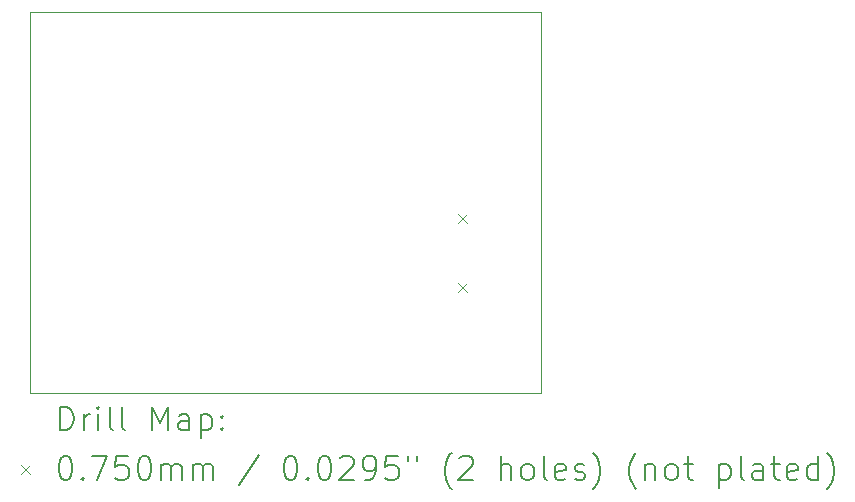
<source format=gbr>
%TF.GenerationSoftware,KiCad,Pcbnew,6.0.10-1.fc37*%
%TF.CreationDate,2023-01-09T06:29:50-08:00*%
%TF.ProjectId,data_logger_esp32c3,64617461-5f6c-46f6-9767-65725f657370,rev?*%
%TF.SameCoordinates,Original*%
%TF.FileFunction,Drillmap*%
%TF.FilePolarity,Positive*%
%FSLAX45Y45*%
G04 Gerber Fmt 4.5, Leading zero omitted, Abs format (unit mm)*
G04 Created by KiCad (PCBNEW 6.0.10-1.fc37) date 2023-01-09 06:29:50*
%MOMM*%
%LPD*%
G01*
G04 APERTURE LIST*
%ADD10C,0.100000*%
%ADD11C,0.200000*%
%ADD12C,0.075001*%
G04 APERTURE END LIST*
D10*
X9885680Y-4960620D02*
X14213840Y-4960620D01*
X14213840Y-4960620D02*
X14213840Y-8186420D01*
X14213840Y-8186420D02*
X9885680Y-8186420D01*
X9885680Y-8186420D02*
X9885680Y-4960620D01*
D11*
D12*
X13508675Y-6672748D02*
X13583676Y-6747749D01*
X13583676Y-6672748D02*
X13508675Y-6747749D01*
X13508675Y-7252731D02*
X13583676Y-7327732D01*
X13583676Y-7252731D02*
X13508675Y-7327732D01*
D11*
X10138299Y-8501896D02*
X10138299Y-8301896D01*
X10185918Y-8301896D01*
X10214490Y-8311420D01*
X10233537Y-8330468D01*
X10243061Y-8349515D01*
X10252585Y-8387610D01*
X10252585Y-8416182D01*
X10243061Y-8454277D01*
X10233537Y-8473325D01*
X10214490Y-8492372D01*
X10185918Y-8501896D01*
X10138299Y-8501896D01*
X10338299Y-8501896D02*
X10338299Y-8368563D01*
X10338299Y-8406658D02*
X10347823Y-8387610D01*
X10357347Y-8378087D01*
X10376394Y-8368563D01*
X10395442Y-8368563D01*
X10462109Y-8501896D02*
X10462109Y-8368563D01*
X10462109Y-8301896D02*
X10452585Y-8311420D01*
X10462109Y-8320944D01*
X10471632Y-8311420D01*
X10462109Y-8301896D01*
X10462109Y-8320944D01*
X10585918Y-8501896D02*
X10566870Y-8492372D01*
X10557347Y-8473325D01*
X10557347Y-8301896D01*
X10690680Y-8501896D02*
X10671632Y-8492372D01*
X10662109Y-8473325D01*
X10662109Y-8301896D01*
X10919251Y-8501896D02*
X10919251Y-8301896D01*
X10985918Y-8444753D01*
X11052585Y-8301896D01*
X11052585Y-8501896D01*
X11233537Y-8501896D02*
X11233537Y-8397134D01*
X11224013Y-8378087D01*
X11204966Y-8368563D01*
X11166870Y-8368563D01*
X11147823Y-8378087D01*
X11233537Y-8492372D02*
X11214489Y-8501896D01*
X11166870Y-8501896D01*
X11147823Y-8492372D01*
X11138299Y-8473325D01*
X11138299Y-8454277D01*
X11147823Y-8435230D01*
X11166870Y-8425706D01*
X11214489Y-8425706D01*
X11233537Y-8416182D01*
X11328775Y-8368563D02*
X11328775Y-8568563D01*
X11328775Y-8378087D02*
X11347823Y-8368563D01*
X11385918Y-8368563D01*
X11404966Y-8378087D01*
X11414489Y-8387610D01*
X11424013Y-8406658D01*
X11424013Y-8463801D01*
X11414489Y-8482849D01*
X11404966Y-8492372D01*
X11385918Y-8501896D01*
X11347823Y-8501896D01*
X11328775Y-8492372D01*
X11509728Y-8482849D02*
X11519251Y-8492372D01*
X11509728Y-8501896D01*
X11500204Y-8492372D01*
X11509728Y-8482849D01*
X11509728Y-8501896D01*
X11509728Y-8378087D02*
X11519251Y-8387610D01*
X11509728Y-8397134D01*
X11500204Y-8387610D01*
X11509728Y-8378087D01*
X11509728Y-8397134D01*
D12*
X9805679Y-8793920D02*
X9880680Y-8868921D01*
X9880680Y-8793920D02*
X9805679Y-8868921D01*
D11*
X10176394Y-8721896D02*
X10195442Y-8721896D01*
X10214490Y-8731420D01*
X10224013Y-8740944D01*
X10233537Y-8759991D01*
X10243061Y-8798087D01*
X10243061Y-8845706D01*
X10233537Y-8883801D01*
X10224013Y-8902849D01*
X10214490Y-8912372D01*
X10195442Y-8921896D01*
X10176394Y-8921896D01*
X10157347Y-8912372D01*
X10147823Y-8902849D01*
X10138299Y-8883801D01*
X10128775Y-8845706D01*
X10128775Y-8798087D01*
X10138299Y-8759991D01*
X10147823Y-8740944D01*
X10157347Y-8731420D01*
X10176394Y-8721896D01*
X10328775Y-8902849D02*
X10338299Y-8912372D01*
X10328775Y-8921896D01*
X10319251Y-8912372D01*
X10328775Y-8902849D01*
X10328775Y-8921896D01*
X10404966Y-8721896D02*
X10538299Y-8721896D01*
X10452585Y-8921896D01*
X10709728Y-8721896D02*
X10614490Y-8721896D01*
X10604966Y-8817134D01*
X10614490Y-8807610D01*
X10633537Y-8798087D01*
X10681156Y-8798087D01*
X10700204Y-8807610D01*
X10709728Y-8817134D01*
X10719251Y-8836182D01*
X10719251Y-8883801D01*
X10709728Y-8902849D01*
X10700204Y-8912372D01*
X10681156Y-8921896D01*
X10633537Y-8921896D01*
X10614490Y-8912372D01*
X10604966Y-8902849D01*
X10843061Y-8721896D02*
X10862109Y-8721896D01*
X10881156Y-8731420D01*
X10890680Y-8740944D01*
X10900204Y-8759991D01*
X10909728Y-8798087D01*
X10909728Y-8845706D01*
X10900204Y-8883801D01*
X10890680Y-8902849D01*
X10881156Y-8912372D01*
X10862109Y-8921896D01*
X10843061Y-8921896D01*
X10824013Y-8912372D01*
X10814490Y-8902849D01*
X10804966Y-8883801D01*
X10795442Y-8845706D01*
X10795442Y-8798087D01*
X10804966Y-8759991D01*
X10814490Y-8740944D01*
X10824013Y-8731420D01*
X10843061Y-8721896D01*
X10995442Y-8921896D02*
X10995442Y-8788563D01*
X10995442Y-8807610D02*
X11004966Y-8798087D01*
X11024013Y-8788563D01*
X11052585Y-8788563D01*
X11071632Y-8798087D01*
X11081156Y-8817134D01*
X11081156Y-8921896D01*
X11081156Y-8817134D02*
X11090680Y-8798087D01*
X11109728Y-8788563D01*
X11138299Y-8788563D01*
X11157347Y-8798087D01*
X11166870Y-8817134D01*
X11166870Y-8921896D01*
X11262108Y-8921896D02*
X11262108Y-8788563D01*
X11262108Y-8807610D02*
X11271632Y-8798087D01*
X11290680Y-8788563D01*
X11319251Y-8788563D01*
X11338299Y-8798087D01*
X11347823Y-8817134D01*
X11347823Y-8921896D01*
X11347823Y-8817134D02*
X11357347Y-8798087D01*
X11376394Y-8788563D01*
X11404966Y-8788563D01*
X11424013Y-8798087D01*
X11433537Y-8817134D01*
X11433537Y-8921896D01*
X11824013Y-8712372D02*
X11652585Y-8969515D01*
X12081156Y-8721896D02*
X12100204Y-8721896D01*
X12119251Y-8731420D01*
X12128775Y-8740944D01*
X12138299Y-8759991D01*
X12147823Y-8798087D01*
X12147823Y-8845706D01*
X12138299Y-8883801D01*
X12128775Y-8902849D01*
X12119251Y-8912372D01*
X12100204Y-8921896D01*
X12081156Y-8921896D01*
X12062108Y-8912372D01*
X12052585Y-8902849D01*
X12043061Y-8883801D01*
X12033537Y-8845706D01*
X12033537Y-8798087D01*
X12043061Y-8759991D01*
X12052585Y-8740944D01*
X12062108Y-8731420D01*
X12081156Y-8721896D01*
X12233537Y-8902849D02*
X12243061Y-8912372D01*
X12233537Y-8921896D01*
X12224013Y-8912372D01*
X12233537Y-8902849D01*
X12233537Y-8921896D01*
X12366870Y-8721896D02*
X12385918Y-8721896D01*
X12404966Y-8731420D01*
X12414489Y-8740944D01*
X12424013Y-8759991D01*
X12433537Y-8798087D01*
X12433537Y-8845706D01*
X12424013Y-8883801D01*
X12414489Y-8902849D01*
X12404966Y-8912372D01*
X12385918Y-8921896D01*
X12366870Y-8921896D01*
X12347823Y-8912372D01*
X12338299Y-8902849D01*
X12328775Y-8883801D01*
X12319251Y-8845706D01*
X12319251Y-8798087D01*
X12328775Y-8759991D01*
X12338299Y-8740944D01*
X12347823Y-8731420D01*
X12366870Y-8721896D01*
X12509728Y-8740944D02*
X12519251Y-8731420D01*
X12538299Y-8721896D01*
X12585918Y-8721896D01*
X12604966Y-8731420D01*
X12614489Y-8740944D01*
X12624013Y-8759991D01*
X12624013Y-8779039D01*
X12614489Y-8807610D01*
X12500204Y-8921896D01*
X12624013Y-8921896D01*
X12719251Y-8921896D02*
X12757347Y-8921896D01*
X12776394Y-8912372D01*
X12785918Y-8902849D01*
X12804966Y-8874277D01*
X12814489Y-8836182D01*
X12814489Y-8759991D01*
X12804966Y-8740944D01*
X12795442Y-8731420D01*
X12776394Y-8721896D01*
X12738299Y-8721896D01*
X12719251Y-8731420D01*
X12709728Y-8740944D01*
X12700204Y-8759991D01*
X12700204Y-8807610D01*
X12709728Y-8826658D01*
X12719251Y-8836182D01*
X12738299Y-8845706D01*
X12776394Y-8845706D01*
X12795442Y-8836182D01*
X12804966Y-8826658D01*
X12814489Y-8807610D01*
X12995442Y-8721896D02*
X12900204Y-8721896D01*
X12890680Y-8817134D01*
X12900204Y-8807610D01*
X12919251Y-8798087D01*
X12966870Y-8798087D01*
X12985918Y-8807610D01*
X12995442Y-8817134D01*
X13004966Y-8836182D01*
X13004966Y-8883801D01*
X12995442Y-8902849D01*
X12985918Y-8912372D01*
X12966870Y-8921896D01*
X12919251Y-8921896D01*
X12900204Y-8912372D01*
X12890680Y-8902849D01*
X13081156Y-8721896D02*
X13081156Y-8759991D01*
X13157347Y-8721896D02*
X13157347Y-8759991D01*
X13452585Y-8998087D02*
X13443061Y-8988563D01*
X13424013Y-8959991D01*
X13414489Y-8940944D01*
X13404966Y-8912372D01*
X13395442Y-8864753D01*
X13395442Y-8826658D01*
X13404966Y-8779039D01*
X13414489Y-8750468D01*
X13424013Y-8731420D01*
X13443061Y-8702849D01*
X13452585Y-8693325D01*
X13519251Y-8740944D02*
X13528775Y-8731420D01*
X13547823Y-8721896D01*
X13595442Y-8721896D01*
X13614489Y-8731420D01*
X13624013Y-8740944D01*
X13633537Y-8759991D01*
X13633537Y-8779039D01*
X13624013Y-8807610D01*
X13509728Y-8921896D01*
X13633537Y-8921896D01*
X13871632Y-8921896D02*
X13871632Y-8721896D01*
X13957347Y-8921896D02*
X13957347Y-8817134D01*
X13947823Y-8798087D01*
X13928775Y-8788563D01*
X13900204Y-8788563D01*
X13881156Y-8798087D01*
X13871632Y-8807610D01*
X14081156Y-8921896D02*
X14062108Y-8912372D01*
X14052585Y-8902849D01*
X14043061Y-8883801D01*
X14043061Y-8826658D01*
X14052585Y-8807610D01*
X14062108Y-8798087D01*
X14081156Y-8788563D01*
X14109728Y-8788563D01*
X14128775Y-8798087D01*
X14138299Y-8807610D01*
X14147823Y-8826658D01*
X14147823Y-8883801D01*
X14138299Y-8902849D01*
X14128775Y-8912372D01*
X14109728Y-8921896D01*
X14081156Y-8921896D01*
X14262108Y-8921896D02*
X14243061Y-8912372D01*
X14233537Y-8893325D01*
X14233537Y-8721896D01*
X14414489Y-8912372D02*
X14395442Y-8921896D01*
X14357347Y-8921896D01*
X14338299Y-8912372D01*
X14328775Y-8893325D01*
X14328775Y-8817134D01*
X14338299Y-8798087D01*
X14357347Y-8788563D01*
X14395442Y-8788563D01*
X14414489Y-8798087D01*
X14424013Y-8817134D01*
X14424013Y-8836182D01*
X14328775Y-8855230D01*
X14500204Y-8912372D02*
X14519251Y-8921896D01*
X14557347Y-8921896D01*
X14576394Y-8912372D01*
X14585918Y-8893325D01*
X14585918Y-8883801D01*
X14576394Y-8864753D01*
X14557347Y-8855230D01*
X14528775Y-8855230D01*
X14509728Y-8845706D01*
X14500204Y-8826658D01*
X14500204Y-8817134D01*
X14509728Y-8798087D01*
X14528775Y-8788563D01*
X14557347Y-8788563D01*
X14576394Y-8798087D01*
X14652585Y-8998087D02*
X14662108Y-8988563D01*
X14681156Y-8959991D01*
X14690680Y-8940944D01*
X14700204Y-8912372D01*
X14709728Y-8864753D01*
X14709728Y-8826658D01*
X14700204Y-8779039D01*
X14690680Y-8750468D01*
X14681156Y-8731420D01*
X14662108Y-8702849D01*
X14652585Y-8693325D01*
X15014489Y-8998087D02*
X15004966Y-8988563D01*
X14985918Y-8959991D01*
X14976394Y-8940944D01*
X14966870Y-8912372D01*
X14957347Y-8864753D01*
X14957347Y-8826658D01*
X14966870Y-8779039D01*
X14976394Y-8750468D01*
X14985918Y-8731420D01*
X15004966Y-8702849D01*
X15014489Y-8693325D01*
X15090680Y-8788563D02*
X15090680Y-8921896D01*
X15090680Y-8807610D02*
X15100204Y-8798087D01*
X15119251Y-8788563D01*
X15147823Y-8788563D01*
X15166870Y-8798087D01*
X15176394Y-8817134D01*
X15176394Y-8921896D01*
X15300204Y-8921896D02*
X15281156Y-8912372D01*
X15271632Y-8902849D01*
X15262108Y-8883801D01*
X15262108Y-8826658D01*
X15271632Y-8807610D01*
X15281156Y-8798087D01*
X15300204Y-8788563D01*
X15328775Y-8788563D01*
X15347823Y-8798087D01*
X15357347Y-8807610D01*
X15366870Y-8826658D01*
X15366870Y-8883801D01*
X15357347Y-8902849D01*
X15347823Y-8912372D01*
X15328775Y-8921896D01*
X15300204Y-8921896D01*
X15424013Y-8788563D02*
X15500204Y-8788563D01*
X15452585Y-8721896D02*
X15452585Y-8893325D01*
X15462108Y-8912372D01*
X15481156Y-8921896D01*
X15500204Y-8921896D01*
X15719251Y-8788563D02*
X15719251Y-8988563D01*
X15719251Y-8798087D02*
X15738299Y-8788563D01*
X15776394Y-8788563D01*
X15795442Y-8798087D01*
X15804966Y-8807610D01*
X15814489Y-8826658D01*
X15814489Y-8883801D01*
X15804966Y-8902849D01*
X15795442Y-8912372D01*
X15776394Y-8921896D01*
X15738299Y-8921896D01*
X15719251Y-8912372D01*
X15928775Y-8921896D02*
X15909728Y-8912372D01*
X15900204Y-8893325D01*
X15900204Y-8721896D01*
X16090680Y-8921896D02*
X16090680Y-8817134D01*
X16081156Y-8798087D01*
X16062108Y-8788563D01*
X16024013Y-8788563D01*
X16004966Y-8798087D01*
X16090680Y-8912372D02*
X16071632Y-8921896D01*
X16024013Y-8921896D01*
X16004966Y-8912372D01*
X15995442Y-8893325D01*
X15995442Y-8874277D01*
X16004966Y-8855230D01*
X16024013Y-8845706D01*
X16071632Y-8845706D01*
X16090680Y-8836182D01*
X16157347Y-8788563D02*
X16233537Y-8788563D01*
X16185918Y-8721896D02*
X16185918Y-8893325D01*
X16195442Y-8912372D01*
X16214489Y-8921896D01*
X16233537Y-8921896D01*
X16376394Y-8912372D02*
X16357347Y-8921896D01*
X16319251Y-8921896D01*
X16300204Y-8912372D01*
X16290680Y-8893325D01*
X16290680Y-8817134D01*
X16300204Y-8798087D01*
X16319251Y-8788563D01*
X16357347Y-8788563D01*
X16376394Y-8798087D01*
X16385918Y-8817134D01*
X16385918Y-8836182D01*
X16290680Y-8855230D01*
X16557347Y-8921896D02*
X16557347Y-8721896D01*
X16557347Y-8912372D02*
X16538299Y-8921896D01*
X16500204Y-8921896D01*
X16481156Y-8912372D01*
X16471632Y-8902849D01*
X16462108Y-8883801D01*
X16462108Y-8826658D01*
X16471632Y-8807610D01*
X16481156Y-8798087D01*
X16500204Y-8788563D01*
X16538299Y-8788563D01*
X16557347Y-8798087D01*
X16633537Y-8998087D02*
X16643061Y-8988563D01*
X16662108Y-8959991D01*
X16671632Y-8940944D01*
X16681156Y-8912372D01*
X16690680Y-8864753D01*
X16690680Y-8826658D01*
X16681156Y-8779039D01*
X16671632Y-8750468D01*
X16662108Y-8731420D01*
X16643061Y-8702849D01*
X16633537Y-8693325D01*
M02*

</source>
